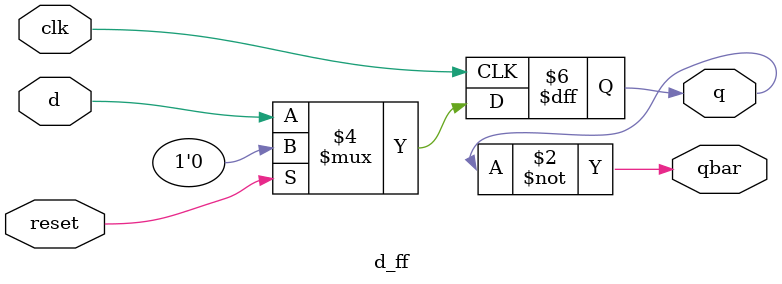
<source format=sv>
module d_ff(input logic d,clk,reset,
                 output logic q,qbar);
  always@(posedge clk) begin
    if(reset) 
      q<=0; 
  	else 
      q<=d;
  end
  
  assign qbar=~q;
endmodule

</source>
